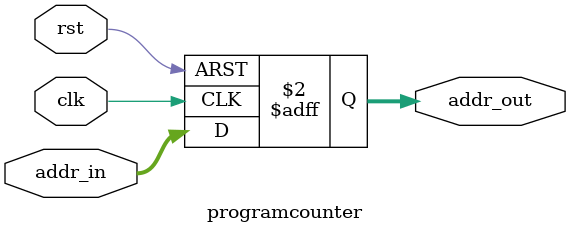
<source format=sv>
module programcounter #(parameter int N = 32) (
    input logic [N-1:0] addr_in,
    input logic clk,
    input logic rst,
    output logic [N-1:0] addr_out
    );

    always_ff @( posedge clk or posedge rst ) begin
        if (rst)
            addr_out <= 0;
        else begin
            addr_out <= addr_in;
        end      
    end

endmodule
</source>
